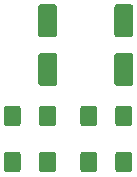
<source format=gbr>
G04 #@! TF.GenerationSoftware,KiCad,Pcbnew,5.1.5-52549c5~84~ubuntu18.04.1*
G04 #@! TF.CreationDate,2020-07-04T19:59:31-04:00*
G04 #@! TF.ProjectId,kosmo_proto_smd,6b6f736d-6f5f-4707-926f-746f5f736d64,rev?*
G04 #@! TF.SameCoordinates,Original*
G04 #@! TF.FileFunction,Paste,Top*
G04 #@! TF.FilePolarity,Positive*
%FSLAX46Y46*%
G04 Gerber Fmt 4.6, Leading zero omitted, Abs format (unit mm)*
G04 Created by KiCad (PCBNEW 5.1.5-52549c5~84~ubuntu18.04.1) date 2020-07-04 19:59:31*
%MOMM*%
%LPD*%
G04 APERTURE LIST*
%ADD10C,0.100000*%
G04 APERTURE END LIST*
D10*
G36*
X57227004Y-97094204D02*
G01*
X57251273Y-97097804D01*
X57275071Y-97103765D01*
X57298171Y-97112030D01*
X57320349Y-97122520D01*
X57341393Y-97135133D01*
X57361098Y-97149747D01*
X57379277Y-97166223D01*
X57395753Y-97184402D01*
X57410367Y-97204107D01*
X57422980Y-97225151D01*
X57433470Y-97247329D01*
X57441735Y-97270429D01*
X57447696Y-97294227D01*
X57451296Y-97318496D01*
X57452500Y-97343000D01*
X57452500Y-98593000D01*
X57451296Y-98617504D01*
X57447696Y-98641773D01*
X57441735Y-98665571D01*
X57433470Y-98688671D01*
X57422980Y-98710849D01*
X57410367Y-98731893D01*
X57395753Y-98751598D01*
X57379277Y-98769777D01*
X57361098Y-98786253D01*
X57341393Y-98800867D01*
X57320349Y-98813480D01*
X57298171Y-98823970D01*
X57275071Y-98832235D01*
X57251273Y-98838196D01*
X57227004Y-98841796D01*
X57202500Y-98843000D01*
X56277500Y-98843000D01*
X56252996Y-98841796D01*
X56228727Y-98838196D01*
X56204929Y-98832235D01*
X56181829Y-98823970D01*
X56159651Y-98813480D01*
X56138607Y-98800867D01*
X56118902Y-98786253D01*
X56100723Y-98769777D01*
X56084247Y-98751598D01*
X56069633Y-98731893D01*
X56057020Y-98710849D01*
X56046530Y-98688671D01*
X56038265Y-98665571D01*
X56032304Y-98641773D01*
X56028704Y-98617504D01*
X56027500Y-98593000D01*
X56027500Y-97343000D01*
X56028704Y-97318496D01*
X56032304Y-97294227D01*
X56038265Y-97270429D01*
X56046530Y-97247329D01*
X56057020Y-97225151D01*
X56069633Y-97204107D01*
X56084247Y-97184402D01*
X56100723Y-97166223D01*
X56118902Y-97149747D01*
X56138607Y-97135133D01*
X56159651Y-97122520D01*
X56181829Y-97112030D01*
X56204929Y-97103765D01*
X56228727Y-97097804D01*
X56252996Y-97094204D01*
X56277500Y-97093000D01*
X57202500Y-97093000D01*
X57227004Y-97094204D01*
G37*
G36*
X60202004Y-97094204D02*
G01*
X60226273Y-97097804D01*
X60250071Y-97103765D01*
X60273171Y-97112030D01*
X60295349Y-97122520D01*
X60316393Y-97135133D01*
X60336098Y-97149747D01*
X60354277Y-97166223D01*
X60370753Y-97184402D01*
X60385367Y-97204107D01*
X60397980Y-97225151D01*
X60408470Y-97247329D01*
X60416735Y-97270429D01*
X60422696Y-97294227D01*
X60426296Y-97318496D01*
X60427500Y-97343000D01*
X60427500Y-98593000D01*
X60426296Y-98617504D01*
X60422696Y-98641773D01*
X60416735Y-98665571D01*
X60408470Y-98688671D01*
X60397980Y-98710849D01*
X60385367Y-98731893D01*
X60370753Y-98751598D01*
X60354277Y-98769777D01*
X60336098Y-98786253D01*
X60316393Y-98800867D01*
X60295349Y-98813480D01*
X60273171Y-98823970D01*
X60250071Y-98832235D01*
X60226273Y-98838196D01*
X60202004Y-98841796D01*
X60177500Y-98843000D01*
X59252500Y-98843000D01*
X59227996Y-98841796D01*
X59203727Y-98838196D01*
X59179929Y-98832235D01*
X59156829Y-98823970D01*
X59134651Y-98813480D01*
X59113607Y-98800867D01*
X59093902Y-98786253D01*
X59075723Y-98769777D01*
X59059247Y-98751598D01*
X59044633Y-98731893D01*
X59032020Y-98710849D01*
X59021530Y-98688671D01*
X59013265Y-98665571D01*
X59007304Y-98641773D01*
X59003704Y-98617504D01*
X59002500Y-98593000D01*
X59002500Y-97343000D01*
X59003704Y-97318496D01*
X59007304Y-97294227D01*
X59013265Y-97270429D01*
X59021530Y-97247329D01*
X59032020Y-97225151D01*
X59044633Y-97204107D01*
X59059247Y-97184402D01*
X59075723Y-97166223D01*
X59093902Y-97149747D01*
X59113607Y-97135133D01*
X59134651Y-97122520D01*
X59156829Y-97112030D01*
X59179929Y-97103765D01*
X59203727Y-97097804D01*
X59227996Y-97094204D01*
X59252500Y-97093000D01*
X60177500Y-97093000D01*
X60202004Y-97094204D01*
G37*
G36*
X50756004Y-97094204D02*
G01*
X50780273Y-97097804D01*
X50804071Y-97103765D01*
X50827171Y-97112030D01*
X50849349Y-97122520D01*
X50870393Y-97135133D01*
X50890098Y-97149747D01*
X50908277Y-97166223D01*
X50924753Y-97184402D01*
X50939367Y-97204107D01*
X50951980Y-97225151D01*
X50962470Y-97247329D01*
X50970735Y-97270429D01*
X50976696Y-97294227D01*
X50980296Y-97318496D01*
X50981500Y-97343000D01*
X50981500Y-98593000D01*
X50980296Y-98617504D01*
X50976696Y-98641773D01*
X50970735Y-98665571D01*
X50962470Y-98688671D01*
X50951980Y-98710849D01*
X50939367Y-98731893D01*
X50924753Y-98751598D01*
X50908277Y-98769777D01*
X50890098Y-98786253D01*
X50870393Y-98800867D01*
X50849349Y-98813480D01*
X50827171Y-98823970D01*
X50804071Y-98832235D01*
X50780273Y-98838196D01*
X50756004Y-98841796D01*
X50731500Y-98843000D01*
X49806500Y-98843000D01*
X49781996Y-98841796D01*
X49757727Y-98838196D01*
X49733929Y-98832235D01*
X49710829Y-98823970D01*
X49688651Y-98813480D01*
X49667607Y-98800867D01*
X49647902Y-98786253D01*
X49629723Y-98769777D01*
X49613247Y-98751598D01*
X49598633Y-98731893D01*
X49586020Y-98710849D01*
X49575530Y-98688671D01*
X49567265Y-98665571D01*
X49561304Y-98641773D01*
X49557704Y-98617504D01*
X49556500Y-98593000D01*
X49556500Y-97343000D01*
X49557704Y-97318496D01*
X49561304Y-97294227D01*
X49567265Y-97270429D01*
X49575530Y-97247329D01*
X49586020Y-97225151D01*
X49598633Y-97204107D01*
X49613247Y-97184402D01*
X49629723Y-97166223D01*
X49647902Y-97149747D01*
X49667607Y-97135133D01*
X49688651Y-97122520D01*
X49710829Y-97112030D01*
X49733929Y-97103765D01*
X49757727Y-97097804D01*
X49781996Y-97094204D01*
X49806500Y-97093000D01*
X50731500Y-97093000D01*
X50756004Y-97094204D01*
G37*
G36*
X53731004Y-97094204D02*
G01*
X53755273Y-97097804D01*
X53779071Y-97103765D01*
X53802171Y-97112030D01*
X53824349Y-97122520D01*
X53845393Y-97135133D01*
X53865098Y-97149747D01*
X53883277Y-97166223D01*
X53899753Y-97184402D01*
X53914367Y-97204107D01*
X53926980Y-97225151D01*
X53937470Y-97247329D01*
X53945735Y-97270429D01*
X53951696Y-97294227D01*
X53955296Y-97318496D01*
X53956500Y-97343000D01*
X53956500Y-98593000D01*
X53955296Y-98617504D01*
X53951696Y-98641773D01*
X53945735Y-98665571D01*
X53937470Y-98688671D01*
X53926980Y-98710849D01*
X53914367Y-98731893D01*
X53899753Y-98751598D01*
X53883277Y-98769777D01*
X53865098Y-98786253D01*
X53845393Y-98800867D01*
X53824349Y-98813480D01*
X53802171Y-98823970D01*
X53779071Y-98832235D01*
X53755273Y-98838196D01*
X53731004Y-98841796D01*
X53706500Y-98843000D01*
X52781500Y-98843000D01*
X52756996Y-98841796D01*
X52732727Y-98838196D01*
X52708929Y-98832235D01*
X52685829Y-98823970D01*
X52663651Y-98813480D01*
X52642607Y-98800867D01*
X52622902Y-98786253D01*
X52604723Y-98769777D01*
X52588247Y-98751598D01*
X52573633Y-98731893D01*
X52561020Y-98710849D01*
X52550530Y-98688671D01*
X52542265Y-98665571D01*
X52536304Y-98641773D01*
X52532704Y-98617504D01*
X52531500Y-98593000D01*
X52531500Y-97343000D01*
X52532704Y-97318496D01*
X52536304Y-97294227D01*
X52542265Y-97270429D01*
X52550530Y-97247329D01*
X52561020Y-97225151D01*
X52573633Y-97204107D01*
X52588247Y-97184402D01*
X52604723Y-97166223D01*
X52622902Y-97149747D01*
X52642607Y-97135133D01*
X52663651Y-97122520D01*
X52685829Y-97112030D01*
X52708929Y-97103765D01*
X52732727Y-97097804D01*
X52756996Y-97094204D01*
X52781500Y-97093000D01*
X53706500Y-97093000D01*
X53731004Y-97094204D01*
G37*
G36*
X57227004Y-100980204D02*
G01*
X57251273Y-100983804D01*
X57275071Y-100989765D01*
X57298171Y-100998030D01*
X57320349Y-101008520D01*
X57341393Y-101021133D01*
X57361098Y-101035747D01*
X57379277Y-101052223D01*
X57395753Y-101070402D01*
X57410367Y-101090107D01*
X57422980Y-101111151D01*
X57433470Y-101133329D01*
X57441735Y-101156429D01*
X57447696Y-101180227D01*
X57451296Y-101204496D01*
X57452500Y-101229000D01*
X57452500Y-102479000D01*
X57451296Y-102503504D01*
X57447696Y-102527773D01*
X57441735Y-102551571D01*
X57433470Y-102574671D01*
X57422980Y-102596849D01*
X57410367Y-102617893D01*
X57395753Y-102637598D01*
X57379277Y-102655777D01*
X57361098Y-102672253D01*
X57341393Y-102686867D01*
X57320349Y-102699480D01*
X57298171Y-102709970D01*
X57275071Y-102718235D01*
X57251273Y-102724196D01*
X57227004Y-102727796D01*
X57202500Y-102729000D01*
X56277500Y-102729000D01*
X56252996Y-102727796D01*
X56228727Y-102724196D01*
X56204929Y-102718235D01*
X56181829Y-102709970D01*
X56159651Y-102699480D01*
X56138607Y-102686867D01*
X56118902Y-102672253D01*
X56100723Y-102655777D01*
X56084247Y-102637598D01*
X56069633Y-102617893D01*
X56057020Y-102596849D01*
X56046530Y-102574671D01*
X56038265Y-102551571D01*
X56032304Y-102527773D01*
X56028704Y-102503504D01*
X56027500Y-102479000D01*
X56027500Y-101229000D01*
X56028704Y-101204496D01*
X56032304Y-101180227D01*
X56038265Y-101156429D01*
X56046530Y-101133329D01*
X56057020Y-101111151D01*
X56069633Y-101090107D01*
X56084247Y-101070402D01*
X56100723Y-101052223D01*
X56118902Y-101035747D01*
X56138607Y-101021133D01*
X56159651Y-101008520D01*
X56181829Y-100998030D01*
X56204929Y-100989765D01*
X56228727Y-100983804D01*
X56252996Y-100980204D01*
X56277500Y-100979000D01*
X57202500Y-100979000D01*
X57227004Y-100980204D01*
G37*
G36*
X60202004Y-100980204D02*
G01*
X60226273Y-100983804D01*
X60250071Y-100989765D01*
X60273171Y-100998030D01*
X60295349Y-101008520D01*
X60316393Y-101021133D01*
X60336098Y-101035747D01*
X60354277Y-101052223D01*
X60370753Y-101070402D01*
X60385367Y-101090107D01*
X60397980Y-101111151D01*
X60408470Y-101133329D01*
X60416735Y-101156429D01*
X60422696Y-101180227D01*
X60426296Y-101204496D01*
X60427500Y-101229000D01*
X60427500Y-102479000D01*
X60426296Y-102503504D01*
X60422696Y-102527773D01*
X60416735Y-102551571D01*
X60408470Y-102574671D01*
X60397980Y-102596849D01*
X60385367Y-102617893D01*
X60370753Y-102637598D01*
X60354277Y-102655777D01*
X60336098Y-102672253D01*
X60316393Y-102686867D01*
X60295349Y-102699480D01*
X60273171Y-102709970D01*
X60250071Y-102718235D01*
X60226273Y-102724196D01*
X60202004Y-102727796D01*
X60177500Y-102729000D01*
X59252500Y-102729000D01*
X59227996Y-102727796D01*
X59203727Y-102724196D01*
X59179929Y-102718235D01*
X59156829Y-102709970D01*
X59134651Y-102699480D01*
X59113607Y-102686867D01*
X59093902Y-102672253D01*
X59075723Y-102655777D01*
X59059247Y-102637598D01*
X59044633Y-102617893D01*
X59032020Y-102596849D01*
X59021530Y-102574671D01*
X59013265Y-102551571D01*
X59007304Y-102527773D01*
X59003704Y-102503504D01*
X59002500Y-102479000D01*
X59002500Y-101229000D01*
X59003704Y-101204496D01*
X59007304Y-101180227D01*
X59013265Y-101156429D01*
X59021530Y-101133329D01*
X59032020Y-101111151D01*
X59044633Y-101090107D01*
X59059247Y-101070402D01*
X59075723Y-101052223D01*
X59093902Y-101035747D01*
X59113607Y-101021133D01*
X59134651Y-101008520D01*
X59156829Y-100998030D01*
X59179929Y-100989765D01*
X59203727Y-100983804D01*
X59227996Y-100980204D01*
X59252500Y-100979000D01*
X60177500Y-100979000D01*
X60202004Y-100980204D01*
G37*
G36*
X53731004Y-100980204D02*
G01*
X53755273Y-100983804D01*
X53779071Y-100989765D01*
X53802171Y-100998030D01*
X53824349Y-101008520D01*
X53845393Y-101021133D01*
X53865098Y-101035747D01*
X53883277Y-101052223D01*
X53899753Y-101070402D01*
X53914367Y-101090107D01*
X53926980Y-101111151D01*
X53937470Y-101133329D01*
X53945735Y-101156429D01*
X53951696Y-101180227D01*
X53955296Y-101204496D01*
X53956500Y-101229000D01*
X53956500Y-102479000D01*
X53955296Y-102503504D01*
X53951696Y-102527773D01*
X53945735Y-102551571D01*
X53937470Y-102574671D01*
X53926980Y-102596849D01*
X53914367Y-102617893D01*
X53899753Y-102637598D01*
X53883277Y-102655777D01*
X53865098Y-102672253D01*
X53845393Y-102686867D01*
X53824349Y-102699480D01*
X53802171Y-102709970D01*
X53779071Y-102718235D01*
X53755273Y-102724196D01*
X53731004Y-102727796D01*
X53706500Y-102729000D01*
X52781500Y-102729000D01*
X52756996Y-102727796D01*
X52732727Y-102724196D01*
X52708929Y-102718235D01*
X52685829Y-102709970D01*
X52663651Y-102699480D01*
X52642607Y-102686867D01*
X52622902Y-102672253D01*
X52604723Y-102655777D01*
X52588247Y-102637598D01*
X52573633Y-102617893D01*
X52561020Y-102596849D01*
X52550530Y-102574671D01*
X52542265Y-102551571D01*
X52536304Y-102527773D01*
X52532704Y-102503504D01*
X52531500Y-102479000D01*
X52531500Y-101229000D01*
X52532704Y-101204496D01*
X52536304Y-101180227D01*
X52542265Y-101156429D01*
X52550530Y-101133329D01*
X52561020Y-101111151D01*
X52573633Y-101090107D01*
X52588247Y-101070402D01*
X52604723Y-101052223D01*
X52622902Y-101035747D01*
X52642607Y-101021133D01*
X52663651Y-101008520D01*
X52685829Y-100998030D01*
X52708929Y-100989765D01*
X52732727Y-100983804D01*
X52756996Y-100980204D01*
X52781500Y-100979000D01*
X53706500Y-100979000D01*
X53731004Y-100980204D01*
G37*
G36*
X50756004Y-100980204D02*
G01*
X50780273Y-100983804D01*
X50804071Y-100989765D01*
X50827171Y-100998030D01*
X50849349Y-101008520D01*
X50870393Y-101021133D01*
X50890098Y-101035747D01*
X50908277Y-101052223D01*
X50924753Y-101070402D01*
X50939367Y-101090107D01*
X50951980Y-101111151D01*
X50962470Y-101133329D01*
X50970735Y-101156429D01*
X50976696Y-101180227D01*
X50980296Y-101204496D01*
X50981500Y-101229000D01*
X50981500Y-102479000D01*
X50980296Y-102503504D01*
X50976696Y-102527773D01*
X50970735Y-102551571D01*
X50962470Y-102574671D01*
X50951980Y-102596849D01*
X50939367Y-102617893D01*
X50924753Y-102637598D01*
X50908277Y-102655777D01*
X50890098Y-102672253D01*
X50870393Y-102686867D01*
X50849349Y-102699480D01*
X50827171Y-102709970D01*
X50804071Y-102718235D01*
X50780273Y-102724196D01*
X50756004Y-102727796D01*
X50731500Y-102729000D01*
X49806500Y-102729000D01*
X49781996Y-102727796D01*
X49757727Y-102724196D01*
X49733929Y-102718235D01*
X49710829Y-102709970D01*
X49688651Y-102699480D01*
X49667607Y-102686867D01*
X49647902Y-102672253D01*
X49629723Y-102655777D01*
X49613247Y-102637598D01*
X49598633Y-102617893D01*
X49586020Y-102596849D01*
X49575530Y-102574671D01*
X49567265Y-102551571D01*
X49561304Y-102527773D01*
X49557704Y-102503504D01*
X49556500Y-102479000D01*
X49556500Y-101229000D01*
X49557704Y-101204496D01*
X49561304Y-101180227D01*
X49567265Y-101156429D01*
X49575530Y-101133329D01*
X49586020Y-101111151D01*
X49598633Y-101090107D01*
X49613247Y-101070402D01*
X49629723Y-101052223D01*
X49647902Y-101035747D01*
X49667607Y-101021133D01*
X49688651Y-101008520D01*
X49710829Y-100998030D01*
X49733929Y-100989765D01*
X49757727Y-100983804D01*
X49781996Y-100980204D01*
X49806500Y-100979000D01*
X50731500Y-100979000D01*
X50756004Y-100980204D01*
G37*
G36*
X53843504Y-92644204D02*
G01*
X53867773Y-92647804D01*
X53891571Y-92653765D01*
X53914671Y-92662030D01*
X53936849Y-92672520D01*
X53957893Y-92685133D01*
X53977598Y-92699747D01*
X53995777Y-92716223D01*
X54012253Y-92734402D01*
X54026867Y-92754107D01*
X54039480Y-92775151D01*
X54049970Y-92797329D01*
X54058235Y-92820429D01*
X54064196Y-92844227D01*
X54067796Y-92868496D01*
X54069000Y-92893000D01*
X54069000Y-95168000D01*
X54067796Y-95192504D01*
X54064196Y-95216773D01*
X54058235Y-95240571D01*
X54049970Y-95263671D01*
X54039480Y-95285849D01*
X54026867Y-95306893D01*
X54012253Y-95326598D01*
X53995777Y-95344777D01*
X53977598Y-95361253D01*
X53957893Y-95375867D01*
X53936849Y-95388480D01*
X53914671Y-95398970D01*
X53891571Y-95407235D01*
X53867773Y-95413196D01*
X53843504Y-95416796D01*
X53819000Y-95418000D01*
X52719000Y-95418000D01*
X52694496Y-95416796D01*
X52670227Y-95413196D01*
X52646429Y-95407235D01*
X52623329Y-95398970D01*
X52601151Y-95388480D01*
X52580107Y-95375867D01*
X52560402Y-95361253D01*
X52542223Y-95344777D01*
X52525747Y-95326598D01*
X52511133Y-95306893D01*
X52498520Y-95285849D01*
X52488030Y-95263671D01*
X52479765Y-95240571D01*
X52473804Y-95216773D01*
X52470204Y-95192504D01*
X52469000Y-95168000D01*
X52469000Y-92893000D01*
X52470204Y-92868496D01*
X52473804Y-92844227D01*
X52479765Y-92820429D01*
X52488030Y-92797329D01*
X52498520Y-92775151D01*
X52511133Y-92754107D01*
X52525747Y-92734402D01*
X52542223Y-92716223D01*
X52560402Y-92699747D01*
X52580107Y-92685133D01*
X52601151Y-92672520D01*
X52623329Y-92662030D01*
X52646429Y-92653765D01*
X52670227Y-92647804D01*
X52694496Y-92644204D01*
X52719000Y-92643000D01*
X53819000Y-92643000D01*
X53843504Y-92644204D01*
G37*
G36*
X53843504Y-88519204D02*
G01*
X53867773Y-88522804D01*
X53891571Y-88528765D01*
X53914671Y-88537030D01*
X53936849Y-88547520D01*
X53957893Y-88560133D01*
X53977598Y-88574747D01*
X53995777Y-88591223D01*
X54012253Y-88609402D01*
X54026867Y-88629107D01*
X54039480Y-88650151D01*
X54049970Y-88672329D01*
X54058235Y-88695429D01*
X54064196Y-88719227D01*
X54067796Y-88743496D01*
X54069000Y-88768000D01*
X54069000Y-91043000D01*
X54067796Y-91067504D01*
X54064196Y-91091773D01*
X54058235Y-91115571D01*
X54049970Y-91138671D01*
X54039480Y-91160849D01*
X54026867Y-91181893D01*
X54012253Y-91201598D01*
X53995777Y-91219777D01*
X53977598Y-91236253D01*
X53957893Y-91250867D01*
X53936849Y-91263480D01*
X53914671Y-91273970D01*
X53891571Y-91282235D01*
X53867773Y-91288196D01*
X53843504Y-91291796D01*
X53819000Y-91293000D01*
X52719000Y-91293000D01*
X52694496Y-91291796D01*
X52670227Y-91288196D01*
X52646429Y-91282235D01*
X52623329Y-91273970D01*
X52601151Y-91263480D01*
X52580107Y-91250867D01*
X52560402Y-91236253D01*
X52542223Y-91219777D01*
X52525747Y-91201598D01*
X52511133Y-91181893D01*
X52498520Y-91160849D01*
X52488030Y-91138671D01*
X52479765Y-91115571D01*
X52473804Y-91091773D01*
X52470204Y-91067504D01*
X52469000Y-91043000D01*
X52469000Y-88768000D01*
X52470204Y-88743496D01*
X52473804Y-88719227D01*
X52479765Y-88695429D01*
X52488030Y-88672329D01*
X52498520Y-88650151D01*
X52511133Y-88629107D01*
X52525747Y-88609402D01*
X52542223Y-88591223D01*
X52560402Y-88574747D01*
X52580107Y-88560133D01*
X52601151Y-88547520D01*
X52623329Y-88537030D01*
X52646429Y-88528765D01*
X52670227Y-88522804D01*
X52694496Y-88519204D01*
X52719000Y-88518000D01*
X53819000Y-88518000D01*
X53843504Y-88519204D01*
G37*
G36*
X60289504Y-88519204D02*
G01*
X60313773Y-88522804D01*
X60337571Y-88528765D01*
X60360671Y-88537030D01*
X60382849Y-88547520D01*
X60403893Y-88560133D01*
X60423598Y-88574747D01*
X60441777Y-88591223D01*
X60458253Y-88609402D01*
X60472867Y-88629107D01*
X60485480Y-88650151D01*
X60495970Y-88672329D01*
X60504235Y-88695429D01*
X60510196Y-88719227D01*
X60513796Y-88743496D01*
X60515000Y-88768000D01*
X60515000Y-91043000D01*
X60513796Y-91067504D01*
X60510196Y-91091773D01*
X60504235Y-91115571D01*
X60495970Y-91138671D01*
X60485480Y-91160849D01*
X60472867Y-91181893D01*
X60458253Y-91201598D01*
X60441777Y-91219777D01*
X60423598Y-91236253D01*
X60403893Y-91250867D01*
X60382849Y-91263480D01*
X60360671Y-91273970D01*
X60337571Y-91282235D01*
X60313773Y-91288196D01*
X60289504Y-91291796D01*
X60265000Y-91293000D01*
X59165000Y-91293000D01*
X59140496Y-91291796D01*
X59116227Y-91288196D01*
X59092429Y-91282235D01*
X59069329Y-91273970D01*
X59047151Y-91263480D01*
X59026107Y-91250867D01*
X59006402Y-91236253D01*
X58988223Y-91219777D01*
X58971747Y-91201598D01*
X58957133Y-91181893D01*
X58944520Y-91160849D01*
X58934030Y-91138671D01*
X58925765Y-91115571D01*
X58919804Y-91091773D01*
X58916204Y-91067504D01*
X58915000Y-91043000D01*
X58915000Y-88768000D01*
X58916204Y-88743496D01*
X58919804Y-88719227D01*
X58925765Y-88695429D01*
X58934030Y-88672329D01*
X58944520Y-88650151D01*
X58957133Y-88629107D01*
X58971747Y-88609402D01*
X58988223Y-88591223D01*
X59006402Y-88574747D01*
X59026107Y-88560133D01*
X59047151Y-88547520D01*
X59069329Y-88537030D01*
X59092429Y-88528765D01*
X59116227Y-88522804D01*
X59140496Y-88519204D01*
X59165000Y-88518000D01*
X60265000Y-88518000D01*
X60289504Y-88519204D01*
G37*
G36*
X60289504Y-92644204D02*
G01*
X60313773Y-92647804D01*
X60337571Y-92653765D01*
X60360671Y-92662030D01*
X60382849Y-92672520D01*
X60403893Y-92685133D01*
X60423598Y-92699747D01*
X60441777Y-92716223D01*
X60458253Y-92734402D01*
X60472867Y-92754107D01*
X60485480Y-92775151D01*
X60495970Y-92797329D01*
X60504235Y-92820429D01*
X60510196Y-92844227D01*
X60513796Y-92868496D01*
X60515000Y-92893000D01*
X60515000Y-95168000D01*
X60513796Y-95192504D01*
X60510196Y-95216773D01*
X60504235Y-95240571D01*
X60495970Y-95263671D01*
X60485480Y-95285849D01*
X60472867Y-95306893D01*
X60458253Y-95326598D01*
X60441777Y-95344777D01*
X60423598Y-95361253D01*
X60403893Y-95375867D01*
X60382849Y-95388480D01*
X60360671Y-95398970D01*
X60337571Y-95407235D01*
X60313773Y-95413196D01*
X60289504Y-95416796D01*
X60265000Y-95418000D01*
X59165000Y-95418000D01*
X59140496Y-95416796D01*
X59116227Y-95413196D01*
X59092429Y-95407235D01*
X59069329Y-95398970D01*
X59047151Y-95388480D01*
X59026107Y-95375867D01*
X59006402Y-95361253D01*
X58988223Y-95344777D01*
X58971747Y-95326598D01*
X58957133Y-95306893D01*
X58944520Y-95285849D01*
X58934030Y-95263671D01*
X58925765Y-95240571D01*
X58919804Y-95216773D01*
X58916204Y-95192504D01*
X58915000Y-95168000D01*
X58915000Y-92893000D01*
X58916204Y-92868496D01*
X58919804Y-92844227D01*
X58925765Y-92820429D01*
X58934030Y-92797329D01*
X58944520Y-92775151D01*
X58957133Y-92754107D01*
X58971747Y-92734402D01*
X58988223Y-92716223D01*
X59006402Y-92699747D01*
X59026107Y-92685133D01*
X59047151Y-92672520D01*
X59069329Y-92662030D01*
X59092429Y-92653765D01*
X59116227Y-92647804D01*
X59140496Y-92644204D01*
X59165000Y-92643000D01*
X60265000Y-92643000D01*
X60289504Y-92644204D01*
G37*
M02*

</source>
